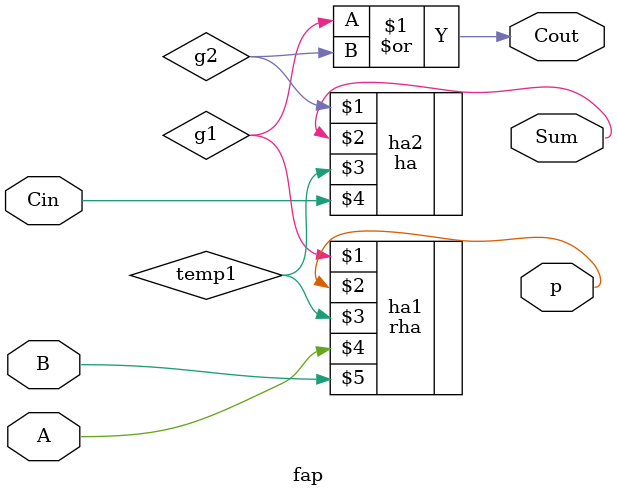
<source format=v>
module fap (Cout, Sum, p, A, B, Cin);

   input  A, B, Cin;

   output p, Sum, Cout;
   
   rha ha1 (g1, p, temp1, A, B);
   ha ha2 (g2, Sum, temp1, Cin);
   or o1 (Cout, g1, g2);

endmodule // fap




</source>
